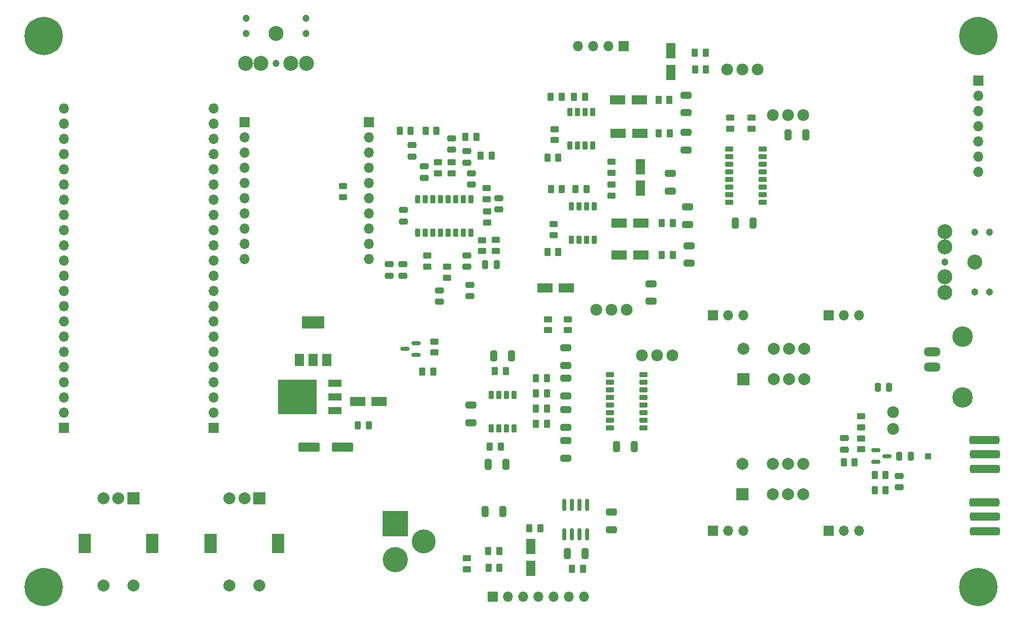
<source format=gts>
G04 #@! TF.GenerationSoftware,KiCad,Pcbnew,6.0.11-2627ca5db0~126~ubuntu20.04.1*
G04 #@! TF.CreationDate,2023-06-25T12:50:40-04:00*
G04 #@! TF.ProjectId,SDR-Transceiver,5344522d-5472-4616-9e73-636569766572,rev?*
G04 #@! TF.SameCoordinates,Original*
G04 #@! TF.FileFunction,Soldermask,Top*
G04 #@! TF.FilePolarity,Negative*
%FSLAX46Y46*%
G04 Gerber Fmt 4.6, Leading zero omitted, Abs format (unit mm)*
G04 Created by KiCad (PCBNEW 6.0.11-2627ca5db0~126~ubuntu20.04.1) date 2023-06-25 12:50:40*
%MOMM*%
%LPD*%
G01*
G04 APERTURE LIST*
G04 Aperture macros list*
%AMRoundRect*
0 Rectangle with rounded corners*
0 $1 Rounding radius*
0 $2 $3 $4 $5 $6 $7 $8 $9 X,Y pos of 4 corners*
0 Add a 4 corners polygon primitive as box body*
4,1,4,$2,$3,$4,$5,$6,$7,$8,$9,$2,$3,0*
0 Add four circle primitives for the rounded corners*
1,1,$1+$1,$2,$3*
1,1,$1+$1,$4,$5*
1,1,$1+$1,$6,$7*
1,1,$1+$1,$8,$9*
0 Add four rect primitives between the rounded corners*
20,1,$1+$1,$2,$3,$4,$5,0*
20,1,$1+$1,$4,$5,$6,$7,0*
20,1,$1+$1,$6,$7,$8,$9,0*
20,1,$1+$1,$8,$9,$2,$3,0*%
G04 Aperture macros list end*
%ADD10C,0.660400*%
%ADD11C,0.800000*%
%ADD12C,6.400000*%
%ADD13RoundRect,0.250000X0.450000X-0.262500X0.450000X0.262500X-0.450000X0.262500X-0.450000X-0.262500X0*%
%ADD14RoundRect,0.250000X-0.650000X0.325000X-0.650000X-0.325000X0.650000X-0.325000X0.650000X0.325000X0*%
%ADD15RoundRect,0.250000X0.650000X-0.325000X0.650000X0.325000X-0.650000X0.325000X-0.650000X-0.325000X0*%
%ADD16RoundRect,0.101600X-0.300000X-0.600000X0.300000X-0.600000X0.300000X0.600000X-0.300000X0.600000X0*%
%ADD17RoundRect,0.101600X0.600000X-0.300000X0.600000X0.300000X-0.600000X0.300000X-0.600000X-0.300000X0*%
%ADD18RoundRect,0.250000X-0.262500X-0.450000X0.262500X-0.450000X0.262500X0.450000X-0.262500X0.450000X0*%
%ADD19RoundRect,0.250000X0.262500X0.450000X-0.262500X0.450000X-0.262500X-0.450000X0.262500X-0.450000X0*%
%ADD20RoundRect,0.250000X0.550000X-1.050000X0.550000X1.050000X-0.550000X1.050000X-0.550000X-1.050000X0*%
%ADD21RoundRect,0.250000X-1.050000X-0.550000X1.050000X-0.550000X1.050000X0.550000X-1.050000X0.550000X0*%
%ADD22RoundRect,0.350000X-2.150000X-0.350000X2.150000X-0.350000X2.150000X0.350000X-2.150000X0.350000X0*%
%ADD23RoundRect,0.250000X-0.475000X0.250000X-0.475000X-0.250000X0.475000X-0.250000X0.475000X0.250000X0*%
%ADD24C,1.200000*%
%ADD25C,2.503200*%
%ADD26R,1.700000X1.700000*%
%ADD27O,1.700000X1.700000*%
%ADD28RoundRect,0.250000X-0.450000X0.262500X-0.450000X-0.262500X0.450000X-0.262500X0.450000X0.262500X0*%
%ADD29RoundRect,0.250000X0.325000X0.650000X-0.325000X0.650000X-0.325000X-0.650000X0.325000X-0.650000X0*%
%ADD30R,2.000000X2.000000*%
%ADD31C,2.000000*%
%ADD32C,1.981200*%
%ADD33RoundRect,0.250000X1.500000X0.550000X-1.500000X0.550000X-1.500000X-0.550000X1.500000X-0.550000X0*%
%ADD34R,4.200000X4.200000*%
%ADD35C,4.200000*%
%ADD36C,4.000000*%
%ADD37RoundRect,0.250000X0.475000X-0.250000X0.475000X0.250000X-0.475000X0.250000X-0.475000X-0.250000X0*%
%ADD38R,1.000000X1.000000*%
%ADD39RoundRect,0.250000X-0.250000X-0.475000X0.250000X-0.475000X0.250000X0.475000X-0.250000X0.475000X0*%
%ADD40RoundRect,0.150000X0.587500X0.150000X-0.587500X0.150000X-0.587500X-0.150000X0.587500X-0.150000X0*%
%ADD41R,2.000000X3.200000*%
%ADD42R,2.200000X1.200000*%
%ADD43R,6.400000X5.800000*%
%ADD44RoundRect,0.250000X-0.550000X1.050000X-0.550000X-1.050000X0.550000X-1.050000X0.550000X1.050000X0*%
%ADD45RoundRect,0.150000X-0.587500X-0.150000X0.587500X-0.150000X0.587500X0.150000X-0.587500X0.150000X0*%
%ADD46RoundRect,0.243750X-0.243750X-0.456250X0.243750X-0.456250X0.243750X0.456250X-0.243750X0.456250X0*%
%ADD47RoundRect,0.250000X-0.325000X-0.650000X0.325000X-0.650000X0.325000X0.650000X-0.325000X0.650000X0*%
%ADD48R,1.500000X2.000000*%
%ADD49R,3.800000X2.000000*%
%ADD50C,3.419200*%
%ADD51O,2.819200X1.511200*%
%ADD52RoundRect,0.150000X-0.150000X0.825000X-0.150000X-0.825000X0.150000X-0.825000X0.150000X0.825000X0*%
%ADD53RoundRect,0.250000X0.250000X0.475000X-0.250000X0.475000X-0.250000X-0.475000X0.250000X-0.475000X0*%
%ADD54RoundRect,0.243750X-0.456250X0.243750X-0.456250X-0.243750X0.456250X-0.243750X0.456250X0.243750X0*%
G04 APERTURE END LIST*
D10*
X208683600Y-80610400D02*
G75*
G03*
X208683600Y-80610400I-330200J0D01*
G01*
X208683600Y-90810400D02*
G75*
G03*
X208683600Y-90810400I-330200J0D01*
G01*
X208683600Y-88210400D02*
G75*
G03*
X208683600Y-88210400I-330200J0D01*
G01*
X213683600Y-85710400D02*
G75*
G03*
X213683600Y-85710400I-330200J0D01*
G01*
X208683600Y-83210400D02*
G75*
G03*
X208683600Y-83210400I-330200J0D01*
G01*
X94614800Y-52500000D02*
G75*
G03*
X94614800Y-52500000I-330200J0D01*
G01*
X102214800Y-52500000D02*
G75*
G03*
X102214800Y-52500000I-330200J0D01*
G01*
X97114800Y-47500000D02*
G75*
G03*
X97114800Y-47500000I-330200J0D01*
G01*
X99614800Y-52500000D02*
G75*
G03*
X99614800Y-52500000I-330200J0D01*
G01*
X92014800Y-52500000D02*
G75*
G03*
X92014800Y-52500000I-330200J0D01*
G01*
D11*
X212302944Y-46302944D03*
X214000000Y-45600000D03*
X216400000Y-48000000D03*
X214000000Y-50400000D03*
D12*
X214000000Y-48000000D03*
D11*
X212302944Y-49697056D03*
X215697056Y-49697056D03*
X211600000Y-48000000D03*
X215697056Y-46302944D03*
D13*
X176149000Y-63420000D03*
X176149000Y-61595000D03*
D14*
X165227000Y-57832000D03*
X165227000Y-60782000D03*
D15*
X165227000Y-66976000D03*
X165227000Y-64026000D03*
D16*
X132693993Y-113535314D03*
X133963993Y-113535314D03*
X135233993Y-113535314D03*
X136503993Y-113535314D03*
X136503993Y-107935314D03*
X135233993Y-107935314D03*
X133963993Y-107935314D03*
X132693993Y-107935314D03*
D13*
X122047000Y-86487000D03*
X122047000Y-84662000D03*
D17*
X158127000Y-113411000D03*
X158127000Y-112141000D03*
X158127000Y-110871000D03*
X158127000Y-109601000D03*
X158127000Y-108331000D03*
X158127000Y-107061000D03*
X158127000Y-105791000D03*
X158127000Y-104521000D03*
X152527000Y-104521000D03*
X152527000Y-105791000D03*
X152527000Y-107061000D03*
X152527000Y-108331000D03*
X152527000Y-109601000D03*
X152527000Y-110871000D03*
X152527000Y-112141000D03*
X152527000Y-113411000D03*
D18*
X146177000Y-136909000D03*
X148002000Y-136909000D03*
D19*
X134262000Y-116576594D03*
X132437000Y-116576594D03*
D13*
X172593000Y-63420000D03*
X172593000Y-61595000D03*
D20*
X139319000Y-136823000D03*
X139319000Y-133223000D03*
D19*
X123000000Y-104000000D03*
X121175000Y-104000000D03*
D21*
X110400000Y-109000000D03*
X114000000Y-109000000D03*
D18*
X166704000Y-53514000D03*
X168529000Y-53514000D03*
D19*
X198503800Y-121305500D03*
X196678800Y-121305500D03*
D18*
X142074500Y-83994000D03*
X143899500Y-83994000D03*
D22*
X215028780Y-128262380D03*
X215011000Y-125841760D03*
X215028780Y-130683000D03*
D15*
X152781000Y-130429000D03*
X152781000Y-127479000D03*
D23*
X119507000Y-66187000D03*
X119507000Y-68087000D03*
D24*
X208353400Y-85710400D03*
X215853400Y-90710400D03*
X213353400Y-90710400D03*
X213353400Y-80710400D03*
X215853400Y-80710400D03*
D25*
X208353400Y-90810400D03*
X208353400Y-88210400D03*
X213353400Y-85710400D03*
X208353400Y-80610400D03*
X208353400Y-83210400D03*
D19*
X141962000Y-105146594D03*
X140137000Y-105146594D03*
D26*
X154813000Y-49657000D03*
D27*
X152273000Y-49657000D03*
X149733000Y-49657000D03*
X147193000Y-49657000D03*
D28*
X142211000Y-95281000D03*
X142211000Y-97106000D03*
D13*
X143129000Y-81200000D03*
X143129000Y-79375000D03*
D29*
X135102000Y-119535314D03*
X132152000Y-119535314D03*
D15*
X145137000Y-108096594D03*
X145137000Y-105146594D03*
D13*
X194439800Y-113299500D03*
X194439800Y-111474500D03*
X145513000Y-97106000D03*
X145513000Y-95281000D03*
D30*
X174627800Y-124475500D03*
D31*
X179707800Y-124475500D03*
X182247800Y-124475500D03*
X184787800Y-124475500D03*
X184787800Y-119395500D03*
X182247800Y-119395500D03*
X179707800Y-119395500D03*
X174627800Y-119395500D03*
D18*
X139065000Y-130175000D03*
X140890000Y-130175000D03*
D23*
X129413000Y-70876500D03*
X129413000Y-72776500D03*
D28*
X152781000Y-72771000D03*
X152781000Y-74596000D03*
D14*
X165481000Y-76472000D03*
X165481000Y-79422000D03*
D19*
X148336000Y-58086000D03*
X146511000Y-58086000D03*
X193320300Y-119141500D03*
X191495300Y-119141500D03*
D32*
X150217000Y-93716594D03*
X157837000Y-101336594D03*
X152757000Y-93716594D03*
X160377000Y-101336594D03*
X155297000Y-93716594D03*
X162917000Y-101336594D03*
D19*
X134032000Y-133985000D03*
X132207000Y-133985000D03*
D11*
X59697056Y-141697056D03*
X56302944Y-141697056D03*
X58000000Y-137600000D03*
X58000000Y-142400000D03*
D12*
X58000000Y-140000000D03*
D11*
X55600000Y-140000000D03*
X59697056Y-138302944D03*
X56302944Y-138302944D03*
X60400000Y-140000000D03*
D19*
X148568798Y-73554000D03*
X146743798Y-73554000D03*
D13*
X131953000Y-75199000D03*
X131953000Y-73374000D03*
D18*
X161154500Y-84502000D03*
X162979500Y-84502000D03*
D27*
X214000000Y-70674600D03*
X214000000Y-68134600D03*
X214000000Y-65594600D03*
X214000000Y-57974600D03*
X214000000Y-63054600D03*
X214000000Y-60514600D03*
D26*
X214000000Y-55434600D03*
D23*
X121539000Y-69743000D03*
X121539000Y-71643000D03*
D28*
X126111000Y-69056000D03*
X126111000Y-70881000D03*
D13*
X143256000Y-65348500D03*
X143256000Y-63523500D03*
D33*
X107863000Y-116625000D03*
X102263000Y-116625000D03*
D18*
X142066000Y-68246000D03*
X143891000Y-68246000D03*
D32*
X199773800Y-113553500D03*
X199773800Y-110759500D03*
D19*
X135124064Y-103966594D03*
X133299064Y-103966594D03*
D18*
X132239000Y-136779000D03*
X134064000Y-136779000D03*
D13*
X133477000Y-83843500D03*
X133477000Y-82018500D03*
D23*
X128651000Y-67203000D03*
X128651000Y-69103000D03*
D29*
X176403000Y-79168000D03*
X173453000Y-79168000D03*
D34*
X116713000Y-129413000D03*
D35*
X116713000Y-135413000D03*
D36*
X121413000Y-132413000D03*
D29*
X148365000Y-134369000D03*
X145415000Y-134369000D03*
X136045759Y-101426594D03*
X133095759Y-101426594D03*
D26*
X188994300Y-130625000D03*
D27*
X191534300Y-130625000D03*
X194074300Y-130625000D03*
D26*
X169690300Y-130625000D03*
D27*
X172230300Y-130625000D03*
X174770300Y-130625000D03*
D16*
X146051298Y-81974000D03*
X147321298Y-81974000D03*
X148591298Y-81974000D03*
X149861298Y-81974000D03*
X149861298Y-76374000D03*
X148591298Y-76374000D03*
X147321298Y-76374000D03*
X146051298Y-76374000D03*
D14*
X145137000Y-100066594D03*
X145137000Y-103016594D03*
D11*
X214000000Y-142400000D03*
X212302944Y-141697056D03*
X212302944Y-138302944D03*
X216400000Y-140000000D03*
X215697056Y-138302944D03*
D12*
X214000000Y-140000000D03*
D11*
X215697056Y-141697056D03*
X214000000Y-137600000D03*
X211600000Y-140000000D03*
D15*
X129262000Y-112541594D03*
X129262000Y-109591594D03*
D23*
X118000000Y-77043000D03*
X118000000Y-78943000D03*
D11*
X58000000Y-50400000D03*
X58000000Y-45600000D03*
D12*
X58000000Y-48000000D03*
D11*
X60400000Y-48000000D03*
X59697056Y-46302944D03*
X55600000Y-48000000D03*
X56302944Y-46302944D03*
X56302944Y-49697056D03*
X59697056Y-49697056D03*
D19*
X141962000Y-107686594D03*
X140137000Y-107686594D03*
D14*
X145137000Y-110375342D03*
X145137000Y-113325342D03*
D37*
X115697000Y-88000000D03*
X115697000Y-86100000D03*
D13*
X131191000Y-83882000D03*
X131191000Y-82057000D03*
D24*
X101784600Y-47500000D03*
X91784600Y-47500000D03*
X91784600Y-45000000D03*
X101784600Y-45000000D03*
X96784600Y-52500000D03*
D25*
X101884600Y-52500000D03*
X99284600Y-52500000D03*
X96784600Y-47500000D03*
X91684600Y-52500000D03*
X94284600Y-52500000D03*
D38*
X205615800Y-118125500D03*
D18*
X160655000Y-64182000D03*
X162480000Y-64182000D03*
D39*
X200789800Y-118125500D03*
X202689800Y-118125500D03*
D18*
X160608000Y-58594000D03*
X162433000Y-58594000D03*
D22*
X215028780Y-117848380D03*
X215028780Y-120269000D03*
X215011000Y-115427760D03*
D40*
X120145000Y-101188000D03*
X120145000Y-99288000D03*
X118270000Y-100238000D03*
D28*
X123175000Y-99000000D03*
X123175000Y-100825000D03*
D20*
X157607000Y-73370000D03*
X157607000Y-69770000D03*
D30*
X94000000Y-125222000D03*
D31*
X89000000Y-125222000D03*
X91500000Y-125222000D03*
D41*
X97100000Y-132722000D03*
X85900000Y-132722000D03*
D31*
X89000000Y-139722000D03*
X94000000Y-139722000D03*
D18*
X166657000Y-50720000D03*
X168482000Y-50720000D03*
D16*
X120397298Y-80823000D03*
X121667298Y-80823000D03*
X122937298Y-80823000D03*
X124207298Y-80823000D03*
X125477298Y-80823000D03*
X126747298Y-80823000D03*
X128017298Y-80823000D03*
X129287298Y-80823000D03*
X129287298Y-75223000D03*
X128017298Y-75223000D03*
X126747298Y-75223000D03*
X125477298Y-75223000D03*
X124207298Y-75223000D03*
X122937298Y-75223000D03*
X121667298Y-75223000D03*
X120397298Y-75223000D03*
D42*
X106634000Y-110524000D03*
X106634000Y-108244000D03*
D43*
X100334000Y-108244000D03*
D42*
X106634000Y-105964000D03*
D44*
X162640000Y-50422000D03*
X162640000Y-54022000D03*
D23*
X134000000Y-75050000D03*
X134000000Y-76950000D03*
D18*
X130937000Y-67965000D03*
X132762000Y-67965000D03*
D26*
X132969000Y-141605000D03*
D27*
X135509000Y-141605000D03*
X138049000Y-141605000D03*
X140589000Y-141605000D03*
X143129000Y-141605000D03*
X145669000Y-141605000D03*
X148209000Y-141605000D03*
D26*
X169690300Y-94625000D03*
D27*
X172230300Y-94625000D03*
X174770300Y-94625000D03*
D29*
X156567000Y-116576594D03*
X153617000Y-116576594D03*
D21*
X153889000Y-64182000D03*
X157489000Y-64182000D03*
D29*
X185183748Y-64495000D03*
X182233748Y-64495000D03*
D37*
X126111000Y-66939000D03*
X126111000Y-65039000D03*
D16*
X145796000Y-66226000D03*
X147066000Y-66226000D03*
X148336000Y-66226000D03*
X149606000Y-66226000D03*
X149606000Y-60626000D03*
X148336000Y-60626000D03*
X147066000Y-60626000D03*
X145796000Y-60626000D03*
D45*
X196882800Y-117175500D03*
X196882800Y-119075500D03*
X198757800Y-118125500D03*
D26*
X188994300Y-94625000D03*
D27*
X191534300Y-94625000D03*
X194074300Y-94625000D03*
D30*
X174770300Y-105293000D03*
D31*
X179850300Y-105293000D03*
X182390300Y-105293000D03*
X184930300Y-105293000D03*
X184930300Y-100213000D03*
X182390300Y-100213000D03*
X179850300Y-100213000D03*
X174770300Y-100213000D03*
D14*
X159385000Y-89330000D03*
X159385000Y-92280000D03*
D37*
X128651000Y-86497000D03*
X128651000Y-84597000D03*
D46*
X110400000Y-112968000D03*
X112275000Y-112968000D03*
D39*
X197170000Y-106680000D03*
X199070000Y-106680000D03*
D18*
X161163000Y-79168000D03*
X162988000Y-79168000D03*
X128397000Y-64785000D03*
X130222000Y-64785000D03*
D47*
X131699000Y-127381000D03*
X134649000Y-127381000D03*
D32*
X184785000Y-61134000D03*
X177165000Y-53514000D03*
X182245000Y-61134000D03*
X174625000Y-53514000D03*
X179705000Y-61134000D03*
X172085000Y-53514000D03*
D15*
X145137000Y-118481594D03*
X145137000Y-115531594D03*
D48*
X100677000Y-102097000D03*
X102977000Y-102097000D03*
D49*
X102977000Y-95797000D03*
D48*
X105277000Y-102097000D03*
D15*
X165735000Y-85928000D03*
X165735000Y-82978000D03*
D50*
X211328000Y-98171000D03*
X211328000Y-108331000D03*
D51*
X206248000Y-100711000D03*
X206248000Y-103251000D03*
D14*
X162560000Y-70915000D03*
X162560000Y-73865000D03*
D52*
X148717000Y-126241000D03*
X147447000Y-126241000D03*
X146177000Y-126241000D03*
X144907000Y-126241000D03*
X144907000Y-131191000D03*
X146177000Y-131191000D03*
X147447000Y-131191000D03*
X148717000Y-131191000D03*
D21*
X141659000Y-90043000D03*
X145259000Y-90043000D03*
D13*
X132000000Y-79121000D03*
X132000000Y-77296000D03*
D21*
X154051000Y-84502000D03*
X157651000Y-84502000D03*
D37*
X191645800Y-117043500D03*
X191645800Y-115143500D03*
D28*
X123825000Y-69056000D03*
X123825000Y-70881000D03*
D19*
X141962000Y-110226594D03*
X140137000Y-110226594D03*
D37*
X117983000Y-88000000D03*
X117983000Y-86100000D03*
D19*
X123571000Y-63769000D03*
X121746000Y-63769000D03*
D17*
X177963000Y-75737702D03*
X177963000Y-74467702D03*
X177963000Y-73197702D03*
X177963000Y-71927702D03*
X177963000Y-70657702D03*
X177963000Y-69387702D03*
X177963000Y-68117702D03*
X177963000Y-66847702D03*
X172363000Y-66847702D03*
X172363000Y-68117702D03*
X172363000Y-69387702D03*
X172363000Y-70657702D03*
X172363000Y-71927702D03*
X172363000Y-73197702D03*
X172363000Y-74467702D03*
X172363000Y-75737702D03*
D53*
X133599000Y-86121000D03*
X131699000Y-86121000D03*
D19*
X141962000Y-112766594D03*
X140137000Y-112766594D03*
D13*
X125349000Y-88312000D03*
X125349000Y-86487000D03*
D37*
X129159000Y-91435000D03*
X129159000Y-89535000D03*
D28*
X128651000Y-135208000D03*
X128651000Y-137033000D03*
D19*
X119253000Y-63769000D03*
X117428000Y-63769000D03*
D28*
X152781000Y-68961000D03*
X152781000Y-70786000D03*
D37*
X124079000Y-92329000D03*
X124079000Y-90429000D03*
D19*
X198503800Y-123845500D03*
X196678800Y-123845500D03*
D18*
X142621000Y-58086000D03*
X144446000Y-58086000D03*
D37*
X200789800Y-123327500D03*
X200789800Y-121427500D03*
D21*
X154051000Y-79168000D03*
X157651000Y-79168000D03*
D54*
X108000000Y-73000000D03*
X108000000Y-74875000D03*
D21*
X153775000Y-58594000D03*
X157375000Y-58594000D03*
D30*
X73000000Y-125222000D03*
D31*
X68000000Y-125222000D03*
X70500000Y-125222000D03*
D41*
X64900000Y-132722000D03*
X76100000Y-132722000D03*
D31*
X68000000Y-139722000D03*
X73000000Y-139722000D03*
D13*
X194439800Y-117006000D03*
X194439800Y-115181000D03*
D18*
X142670000Y-73554000D03*
X144495000Y-73554000D03*
D27*
X91500000Y-75080000D03*
X91500000Y-72540000D03*
X91500000Y-85240000D03*
X112250000Y-70000000D03*
X112250000Y-67460000D03*
X112250000Y-75080000D03*
X91500000Y-77620000D03*
X91500000Y-70000000D03*
X91500000Y-67460000D03*
X91500000Y-64920000D03*
D26*
X91500000Y-62380000D03*
X112250000Y-62380000D03*
D27*
X112250000Y-64920000D03*
X112250000Y-72540000D03*
X112250000Y-77620000D03*
X112250000Y-80160000D03*
X112250000Y-82700000D03*
X112250000Y-85240000D03*
X91500000Y-82700000D03*
X91500000Y-80160000D03*
D26*
X61375000Y-113410000D03*
D27*
X61375000Y-110870000D03*
X61375000Y-108330000D03*
X61375000Y-105790000D03*
X61375000Y-103250000D03*
X61375000Y-100710000D03*
X61375000Y-98170000D03*
X61375000Y-95630000D03*
X61375000Y-93090000D03*
X61375000Y-90550000D03*
X61375000Y-88010000D03*
X61375000Y-85470000D03*
X61375000Y-82930000D03*
X61375000Y-80390000D03*
X61375000Y-77850000D03*
X61375000Y-75310000D03*
X61375000Y-72770000D03*
X61375000Y-70230000D03*
X61375000Y-67690000D03*
X61375000Y-65150000D03*
X61375000Y-62610000D03*
X61375000Y-60070000D03*
X86375000Y-60070000D03*
X86375000Y-62610000D03*
X86375000Y-65150000D03*
X86375000Y-67690000D03*
X86375000Y-70230000D03*
X86375000Y-72770000D03*
X86375000Y-75310000D03*
X86375000Y-77850000D03*
X86375000Y-80390000D03*
X86375000Y-82930000D03*
X86375000Y-85470000D03*
X86375000Y-88010000D03*
X86375000Y-90550000D03*
X86375000Y-93090000D03*
X86375000Y-95630000D03*
X86375000Y-98170000D03*
X86375000Y-100710000D03*
X86375000Y-103250000D03*
X86375000Y-105790000D03*
X86375000Y-108330000D03*
X86375000Y-110870000D03*
D26*
X86375000Y-113410000D03*
M02*

</source>
